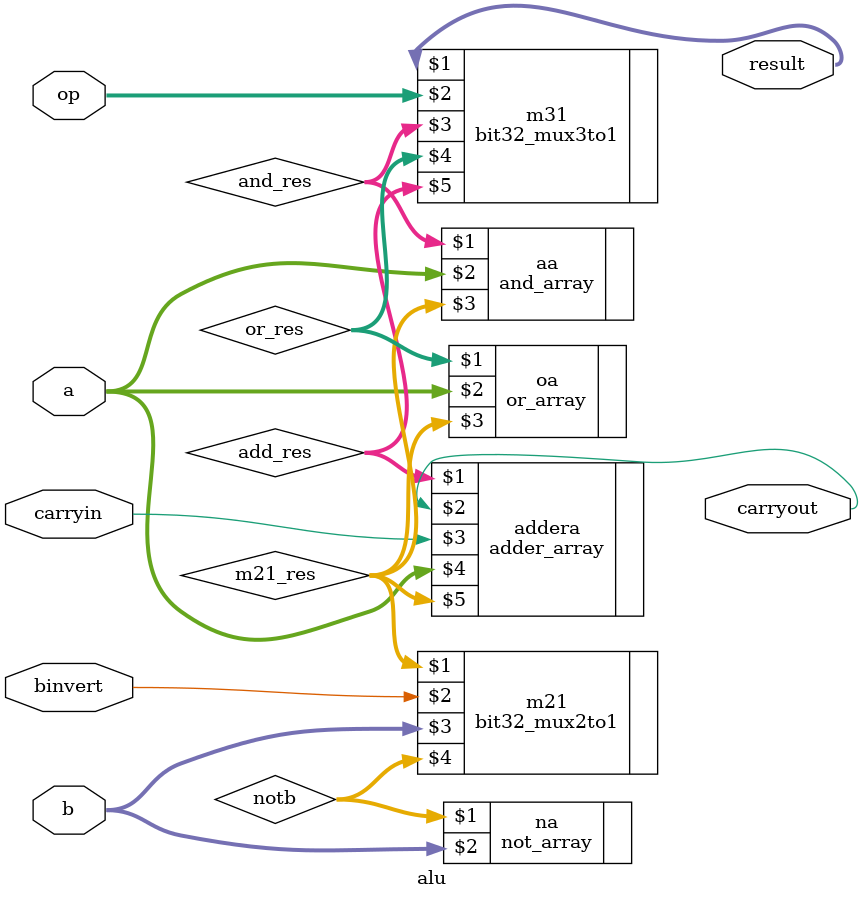
<source format=v>
`include "and_array.v"
`include "or_array.v" 
`include "adder_array.v"
`include "not_array.v"
`include "bit32_mux3to1.v"
`include "bit32_mux2to1.v"

module alu (result, carryout, a, b, op, binvert, carryin) ;
	input[31:0] a, b ;
	input[1:0] op ;
	input binvert, carryin ;
	output[31:0] result ;
	output carryout ;
	
	wire[31:0] notb, and_res, or_res, add_res, m21_res ;
	
	not_array na (notb, b) ;
	bit32_mux2to1 m21 (m21_res, binvert, b, notb) ;
	and_array aa (and_res, a, m21_res) ;
	or_array oa (or_res, a, m21_res) ;
	adder_array addera (add_res, carryout, carryin, a, m21_res) ;
	bit32_mux3to1 m31 (result, op, and_res, or_res, add_res) ;
	
endmodule
</source>
